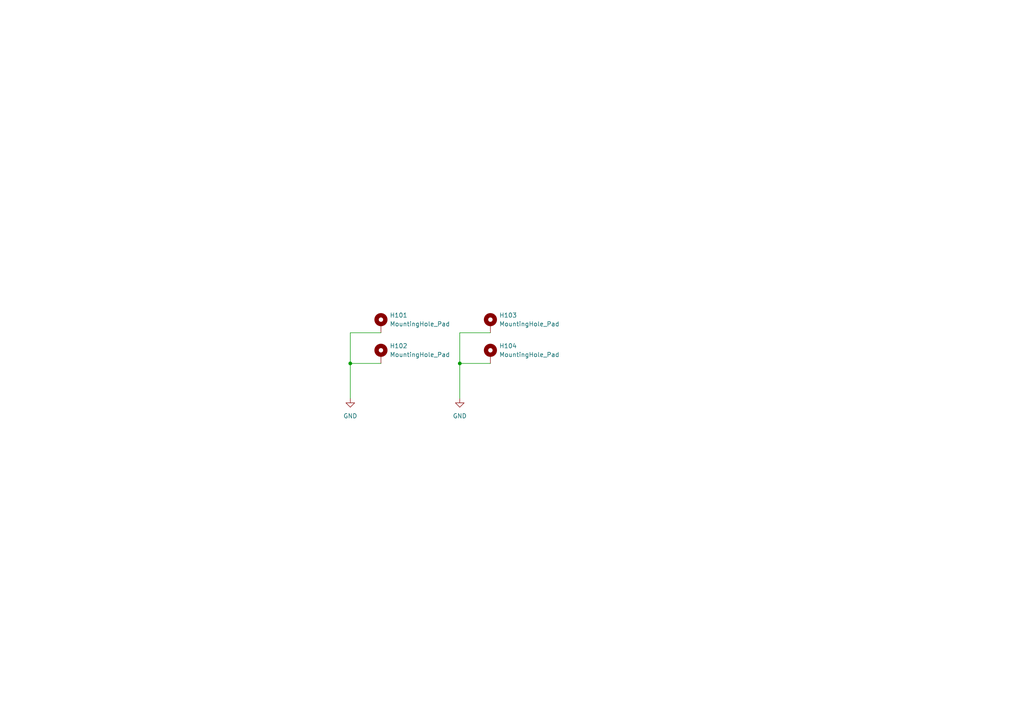
<source format=kicad_sch>
(kicad_sch (version 20231120) (generator "eeschema") (generator_version "8.0")
  (paper "A4")
  (title_block (title "bac Magnetorquer Placeholder XY 1.5U v1") (date "2025-03-20") (rev "2") (company "Build a CubeSat") (comment 1 "Manuel Imboden") (comment 2 "CC BY-SA 4.0") (comment 3 "https://buildacubesat.space"))
  (lib_symbols
    (symbol "Mechanical:MountingHole_Pad" (pin_numbers hide) (pin_names (offset 1.016) hide) (exclude_from_sim yes) (in_bom no)
      (property "Reference" "H" (at 0 6.35 0))
      (property "Value" "MountingHole_Pad" (at 0 4.445 0))
      (symbol "MountingHole_Pad_0_1"
        (circle (center 0 1.27) (radius 1.27) (stroke (width 1.27)))
      )
      (symbol "MountingHole_Pad_1_1"
        (pin input line (at 0 -2.54 90) (length 2.54) (name "1") (number "1"))
      )
    )
    (symbol "power:GND" (power) (pin_numbers hide) (pin_names (offset 0) hide)
      (property "Value" "GND" (at 0 -3.81 0))
      (symbol "GND_0_1"
        (polyline (pts (xy 0 0) (xy 0 -1.27) (xy 1.27 -1.27) (xy 0 -2.54) (xy -1.27 -1.27) (xy 0 -1.27)))
      )
      (symbol "GND_1_1"
        (pin power_in line (at 0 0 270) (length 0) (name "~") (number "1"))
      )
    )
  )
  (junction (at 101.6 105.41))
  (junction (at 133.35 105.41))
  (wire (pts (xy 133.35 96.52) (xy 133.35 105.41)))
  (wire (pts (xy 101.6 105.41) (xy 101.6 115.57)))
  (wire (pts (xy 101.6 96.52) (xy 101.6 105.41)))
  (wire (pts (xy 133.35 105.41) (xy 133.35 115.57)))
  (wire (pts (xy 142.24 96.52) (xy 133.35 96.52)))
  (wire (pts (xy 110.49 96.52) (xy 101.6 96.52)))
  (wire (pts (xy 101.6 105.41) (xy 110.49 105.41)))
  (wire (pts (xy 133.35 105.41) (xy 142.24 105.41)))
  (symbol (lib_id "Mechanical:MountingHole_Pad") (at 110.49 93.98 0) (unit 1) (exclude_from_sim yes) (in_bom no)
    (property "Reference" "H101" (at 113.03 91.4399 0) (effects (justify left)))
    (property "Value" "MountingHole_Pad" (at 113.03 93.9799 0) (effects (justify left)))
    (property "Footprint" "MountingHole:MountingHole_3.2mm_M3_ISO14580_Pad_TopBottom" (effects (hide yes)))
    (property "Description" "Mounting Hole with connection" (effects (hide yes)))
  )
  (symbol (lib_id "Mechanical:MountingHole_Pad") (at 142.24 102.87 0) (unit 1) (exclude_from_sim yes) (in_bom no)
    (property "Reference" "H104" (at 144.78 100.3299 0) (effects (justify left)))
    (property "Value" "MountingHole_Pad" (at 144.78 102.8699 0) (effects (justify left)))
    (property "Footprint" "MountingHole:MountingHole_3.2mm_M3_ISO14580_Pad_TopBottom" (effects (hide yes)))
    (property "Description" "Mounting Hole with connection" (effects (hide yes)))
  )
  (symbol (lib_id "power:GND") (at 133.35 115.57 0) (unit 1)
    (property "Reference" "#PWR0102" (effects (hide yes)))
    (property "Value" "GND" (at 133.35 120.65 0))
    (property "Description" "Power symbol creates a global label with name \"GND\" , ground" (effects (hide yes)))
  )
  (symbol (lib_id "power:GND") (at 101.6 115.57 0) (unit 1)
    (property "Reference" "#PWR0101" (effects (hide yes)))
    (property "Value" "GND" (at 101.6 120.65 0))
    (property "Description" "Power symbol creates a global label with name \"GND\" , ground" (effects (hide yes)))
  )
  (symbol (lib_id "Mechanical:MountingHole_Pad") (at 142.24 93.98 0) (unit 1) (exclude_from_sim yes) (in_bom no)
    (property "Reference" "H103" (at 144.78 91.4399 0) (effects (justify left)))
    (property "Value" "MountingHole_Pad" (at 144.78 93.9799 0) (effects (justify left)))
    (property "Footprint" "MountingHole:MountingHole_3.2mm_M3_ISO14580_Pad_TopBottom" (effects (hide yes)))
    (property "Description" "Mounting Hole with connection" (effects (hide yes)))
  )
  (symbol (lib_id "Mechanical:MountingHole_Pad") (at 110.49 102.87 0) (unit 1) (exclude_from_sim yes) (in_bom no)
    (property "Reference" "H102" (at 113.03 100.3299 0) (effects (justify left)))
    (property "Value" "MountingHole_Pad" (at 113.03 102.8699 0) (effects (justify left)))
    (property "Footprint" "MountingHole:MountingHole_3.2mm_M3_ISO14580_Pad_TopBottom" (effects (hide yes)))
    (property "Description" "Mounting Hole with connection" (effects (hide yes)))
  )
)
</source>
